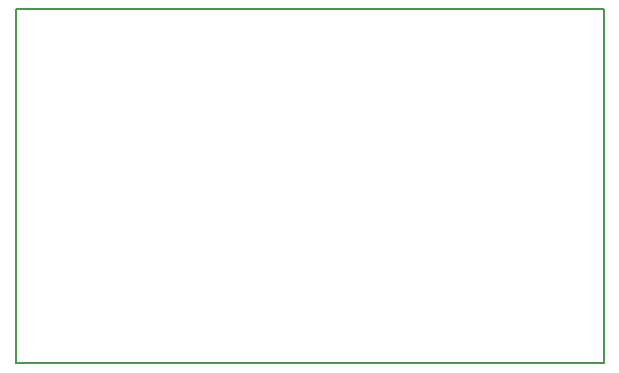
<source format=gbr>
G04 #@! TF.FileFunction,Profile,NP*
%FSLAX46Y46*%
G04 Gerber Fmt 4.6, Leading zero omitted, Abs format (unit mm)*
G04 Created by KiCad (PCBNEW (2015-07-30 BZR 6023, Git cb629e0)-product) date 9/23/2015 11:43:22 AM*
%MOMM*%
G01*
G04 APERTURE LIST*
%ADD10C,0.100000*%
%ADD11C,0.150000*%
G04 APERTURE END LIST*
D10*
D11*
X127071120Y-93151960D02*
X127071120Y-63256160D01*
X176860200Y-93151960D02*
X127071120Y-93151960D01*
X176860200Y-63200280D02*
X176860200Y-93151960D01*
X127071120Y-63200280D02*
X176860200Y-63200280D01*
M02*

</source>
